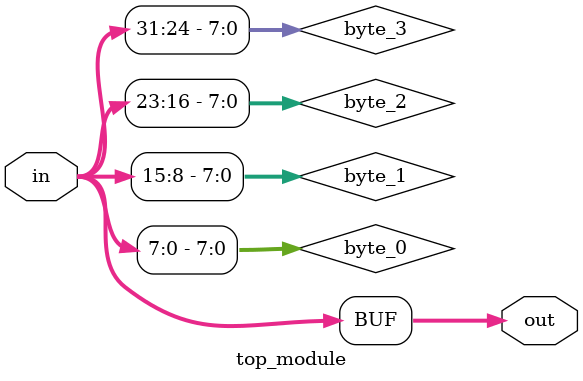
<source format=sv>
module top_module (
    input [31:0] in,
    output [31:0] out
);

    reg [7:0] byte_0;
    reg [7:0] byte_1;
    reg [7:0] byte_2;
    reg [7:0] byte_3;

    assign byte_0 = in[7:0];
    assign byte_1 = in[15:8];
    assign byte_2 = in[23:16];
    assign byte_3 = in[31:24];

    assign out = {byte_3, byte_2, byte_1, byte_0};

endmodule

</source>
